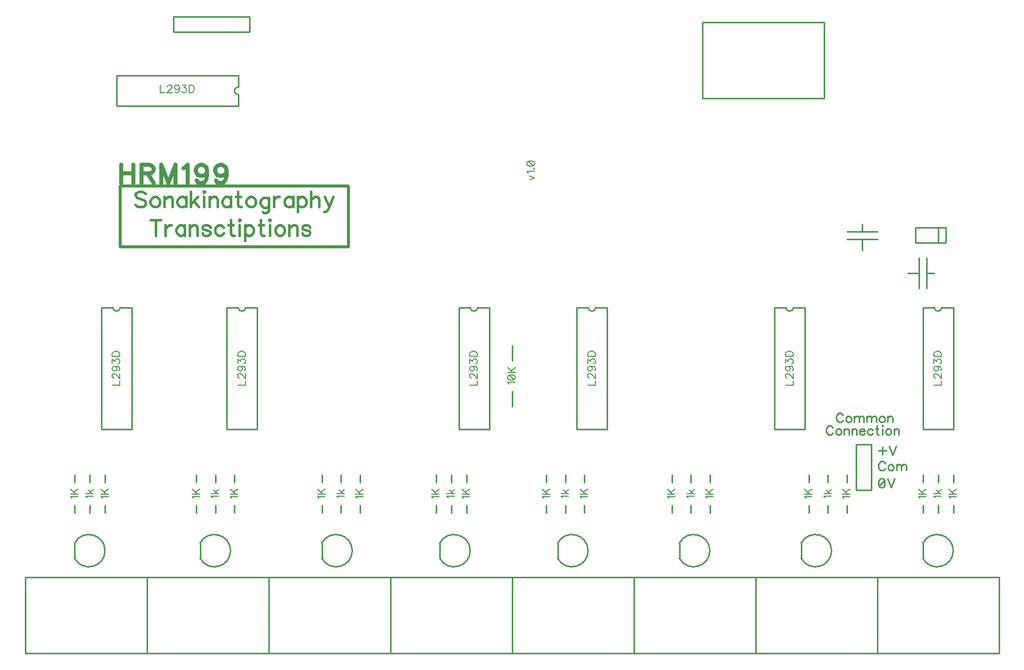
<source format=gto>
G04 DipTrace 2.4.0.2*
%INhorowitzv.1.2_TopSilk.GTO*%
%MOIN*%
%ADD10C,0.0098*%
%ADD13C,0.02*%
%ADD65C,0.0077*%
%ADD66C,0.0154*%
%ADD67C,0.0093*%
%ADD68C,0.0262*%
%FSLAX44Y44*%
G04*
G70*
G90*
G75*
G01*
%LNTopSilk*%
%LPD*%
X7940Y6440D2*
D10*
X15940D1*
Y11440D1*
X7940D1*
Y6440D1*
X15940D2*
X23940D1*
Y11440D1*
X15940D1*
Y6440D1*
X23940D2*
X31940D1*
Y11440D1*
X23940D1*
Y6440D1*
X31940D2*
X39940D1*
Y11440D1*
X31940D1*
Y6440D1*
X39940D2*
X47940D1*
Y11440D1*
X39940D1*
Y6440D1*
X47940D2*
X55940D1*
Y11440D1*
X47940D1*
Y6440D1*
X55940D2*
X63940D1*
Y11440D1*
X55940D1*
Y6440D1*
X63940D2*
X71940D1*
Y11440D1*
X63940D1*
Y6440D1*
X13690Y29190D2*
X12940D1*
Y21190D1*
X14940D1*
Y29190D1*
X14190D1*
X14440D1*
X13690D2*
G03X14190Y29190I250J0D01*
G01*
X21940D2*
X21190D1*
Y21190D1*
X23190D1*
Y29190D1*
X22440D1*
X22690D1*
X21940D2*
G03X22440Y29190I250J0D01*
G01*
X37190D2*
X36440D1*
Y21190D1*
X38440D1*
Y29190D1*
X37690D1*
X37940D1*
X37190D2*
G03X37690Y29190I250J0D01*
G01*
X44940D2*
X44190D1*
Y21190D1*
X46190D1*
Y29190D1*
X45440D1*
X45690D1*
X44940D2*
G03X45440Y29190I250J0D01*
G01*
X57940D2*
X57190D1*
Y21190D1*
X59190D1*
Y29190D1*
X58440D1*
X58690D1*
X57940D2*
G03X58440Y29190I250J0D01*
G01*
X67690D2*
X66940D1*
Y21190D1*
X68940D1*
Y29190D1*
X68190D1*
X68440D1*
X67690D2*
G03X68190Y29190I250J0D01*
G01*
X11190Y13690D2*
Y12690D1*
Y13690D2*
G02X11190Y12690I937J-500D01*
G01*
X19440Y13690D2*
Y12690D1*
Y13690D2*
G02X19440Y12690I937J-500D01*
G01*
X27440Y13690D2*
Y12690D1*
Y13690D2*
G02X27440Y12690I937J-500D01*
G01*
X35190Y13690D2*
Y12690D1*
Y13690D2*
G02X35190Y12690I937J-500D01*
G01*
X42940Y13690D2*
Y12690D1*
Y13690D2*
G02X42940Y12690I937J-500D01*
G01*
X50940Y13690D2*
Y12690D1*
Y13690D2*
G02X50940Y12690I937J-500D01*
G01*
X58940Y13690D2*
Y12690D1*
Y13690D2*
G02X58940Y12690I937J-500D01*
G01*
X66940Y13690D2*
Y12690D1*
Y13690D2*
G02X66940Y12690I937J-500D01*
G01*
X11190Y18190D2*
Y17690D1*
Y16190D2*
Y15690D1*
X12190Y18190D2*
Y17690D1*
Y16190D2*
Y15690D1*
X13190Y18190D2*
Y17690D1*
Y16190D2*
Y15690D1*
X19190Y18190D2*
Y17690D1*
Y16190D2*
Y15690D1*
X20440Y18190D2*
Y17690D1*
Y16190D2*
Y15690D1*
X21690Y18190D2*
Y17690D1*
Y16190D2*
Y15690D1*
X27440Y18190D2*
Y17690D1*
Y16190D2*
Y15690D1*
X28690Y18190D2*
Y17690D1*
Y16190D2*
Y15690D1*
X29940Y18190D2*
Y17690D1*
Y16190D2*
Y15690D1*
X34940Y18190D2*
Y17690D1*
Y16190D2*
Y15690D1*
X35940Y18190D2*
Y17690D1*
Y16190D2*
Y15690D1*
X36940Y18190D2*
Y17690D1*
Y16190D2*
Y15690D1*
X42190Y18190D2*
Y17690D1*
Y16190D2*
Y15690D1*
X43440Y18190D2*
Y17690D1*
Y16190D2*
Y15690D1*
X44690Y18190D2*
Y17690D1*
Y16190D2*
Y15690D1*
X50440Y18190D2*
Y17690D1*
Y16190D2*
Y15690D1*
X51690Y18190D2*
Y17690D1*
Y16190D2*
Y15690D1*
X52940Y18190D2*
Y17690D1*
Y16190D2*
Y15690D1*
X59440Y18190D2*
Y17690D1*
Y16190D2*
Y15690D1*
X60690Y18190D2*
Y17690D1*
Y16190D2*
Y15690D1*
X61940Y18190D2*
Y17690D1*
Y16190D2*
Y15690D1*
X66940Y18190D2*
Y17690D1*
Y16190D2*
Y15690D1*
X67940Y18190D2*
Y17690D1*
Y16190D2*
Y15690D1*
X68940Y18190D2*
Y17690D1*
Y16190D2*
Y15690D1*
X39940Y26690D2*
Y25690D1*
Y22690D2*
Y23690D1*
X52440Y47940D2*
X60440D1*
Y42940D1*
X52440D1*
Y47940D1*
X66440Y34440D2*
X68440D1*
Y33440D1*
X66440D1*
Y34440D1*
X67940Y33440D2*
Y34440D1*
X61940Y34190D2*
X63940D1*
X61940Y33690D2*
X63940D1*
X62940Y34190D2*
Y34690D1*
Y33690D2*
Y32940D1*
X67190Y32440D2*
Y30440D1*
X66690Y32440D2*
Y30440D1*
X67190Y31440D2*
X67690D1*
X66690D2*
X65940D1*
X63570Y20190D2*
X62570D1*
Y17190D1*
X63570D1*
Y20190D1*
X21940Y43690D2*
Y44440D1*
X13940D1*
Y42440D1*
X21940D1*
Y43190D1*
Y42940D1*
Y43690D2*
G03X21940Y43190I0J-250D01*
G01*
X17690Y48315D2*
X22690D1*
Y47315D1*
X17690D1*
Y48315D1*
X14190Y37190D2*
D13*
X29190D1*
Y33190D1*
X14190D1*
Y37190D1*
X13659Y24080D2*
D65*
X14161D1*
Y24367D1*
X13779Y24545D2*
X13755D1*
X13707Y24569D1*
X13683Y24593D1*
X13659Y24641D1*
Y24737D1*
X13683Y24784D1*
X13707Y24808D1*
X13755Y24832D1*
X13802D1*
X13850Y24808D1*
X13922Y24760D1*
X14161Y24521D1*
Y24856D1*
X13826Y25322D2*
X13898Y25297D1*
X13946Y25250D1*
X13970Y25178D1*
Y25154D1*
X13946Y25082D1*
X13898Y25035D1*
X13826Y25010D1*
X13802D1*
X13731Y25035D1*
X13683Y25082D1*
X13659Y25154D1*
Y25178D1*
X13683Y25250D1*
X13731Y25297D1*
X13826Y25322D1*
X13946D1*
X14065Y25297D1*
X14137Y25250D1*
X14161Y25178D1*
Y25130D1*
X14137Y25058D1*
X14089Y25035D1*
X13659Y25524D2*
Y25787D1*
X13850Y25643D1*
Y25715D1*
X13874Y25763D1*
X13898Y25787D1*
X13970Y25811D1*
X14017D1*
X14089Y25787D1*
X14137Y25739D1*
X14161Y25667D1*
Y25595D1*
X14137Y25524D1*
X14113Y25500D1*
X14065Y25476D1*
X13659Y25965D2*
X14161D1*
Y26133D1*
X14137Y26205D1*
X14089Y26253D1*
X14041Y26276D1*
X13970Y26300D1*
X13850D1*
X13778Y26276D1*
X13731Y26253D1*
X13682Y26205D1*
X13659Y26133D1*
Y25965D1*
X21909Y24080D2*
X22411D1*
Y24367D1*
X22029Y24545D2*
X22005D1*
X21957Y24569D1*
X21933Y24593D1*
X21909Y24641D1*
Y24737D1*
X21933Y24784D1*
X21957Y24808D1*
X22005Y24832D1*
X22052D1*
X22100Y24808D1*
X22172Y24760D1*
X22411Y24521D1*
Y24856D1*
X22076Y25322D2*
X22148Y25297D1*
X22196Y25250D1*
X22220Y25178D1*
Y25154D1*
X22196Y25082D1*
X22148Y25035D1*
X22076Y25010D1*
X22052D1*
X21981Y25035D1*
X21933Y25082D1*
X21909Y25154D1*
Y25178D1*
X21933Y25250D1*
X21981Y25297D1*
X22076Y25322D1*
X22196D1*
X22315Y25297D1*
X22387Y25250D1*
X22411Y25178D1*
Y25130D1*
X22387Y25058D1*
X22339Y25035D1*
X21909Y25524D2*
Y25787D1*
X22100Y25643D1*
Y25715D1*
X22124Y25763D1*
X22148Y25787D1*
X22220Y25811D1*
X22267D1*
X22339Y25787D1*
X22387Y25739D1*
X22411Y25667D1*
Y25595D1*
X22387Y25524D1*
X22363Y25500D1*
X22315Y25476D1*
X21909Y25965D2*
X22411D1*
Y26133D1*
X22387Y26205D1*
X22339Y26253D1*
X22291Y26276D1*
X22220Y26300D1*
X22100D1*
X22028Y26276D1*
X21981Y26253D1*
X21932Y26205D1*
X21909Y26133D1*
Y25965D1*
X37159Y24080D2*
X37661D1*
Y24367D1*
X37279Y24545D2*
X37255D1*
X37207Y24569D1*
X37183Y24593D1*
X37159Y24641D1*
Y24737D1*
X37183Y24784D1*
X37207Y24808D1*
X37255Y24832D1*
X37302D1*
X37350Y24808D1*
X37422Y24760D1*
X37661Y24521D1*
Y24856D1*
X37326Y25322D2*
X37398Y25297D1*
X37446Y25250D1*
X37470Y25178D1*
Y25154D1*
X37446Y25082D1*
X37398Y25035D1*
X37326Y25010D1*
X37302D1*
X37231Y25035D1*
X37183Y25082D1*
X37159Y25154D1*
Y25178D1*
X37183Y25250D1*
X37231Y25297D1*
X37326Y25322D1*
X37446D1*
X37565Y25297D1*
X37637Y25250D1*
X37661Y25178D1*
Y25130D1*
X37637Y25058D1*
X37589Y25035D1*
X37159Y25524D2*
Y25787D1*
X37350Y25643D1*
Y25715D1*
X37374Y25763D1*
X37398Y25787D1*
X37470Y25811D1*
X37517D1*
X37589Y25787D1*
X37637Y25739D1*
X37661Y25667D1*
Y25595D1*
X37637Y25524D1*
X37613Y25500D1*
X37565Y25476D1*
X37159Y25965D2*
X37661D1*
Y26133D1*
X37637Y26205D1*
X37589Y26253D1*
X37541Y26276D1*
X37470Y26300D1*
X37350D1*
X37278Y26276D1*
X37231Y26253D1*
X37182Y26205D1*
X37159Y26133D1*
Y25965D1*
X44909Y24080D2*
X45411D1*
Y24367D1*
X45029Y24545D2*
X45005D1*
X44957Y24569D1*
X44933Y24593D1*
X44909Y24641D1*
Y24737D1*
X44933Y24784D1*
X44957Y24808D1*
X45005Y24832D1*
X45052D1*
X45100Y24808D1*
X45172Y24760D1*
X45411Y24521D1*
Y24856D1*
X45076Y25322D2*
X45148Y25297D1*
X45196Y25250D1*
X45220Y25178D1*
Y25154D1*
X45196Y25082D1*
X45148Y25035D1*
X45076Y25010D1*
X45052D1*
X44981Y25035D1*
X44933Y25082D1*
X44909Y25154D1*
Y25178D1*
X44933Y25250D1*
X44981Y25297D1*
X45076Y25322D1*
X45196D1*
X45315Y25297D1*
X45387Y25250D1*
X45411Y25178D1*
Y25130D1*
X45387Y25058D1*
X45339Y25035D1*
X44909Y25524D2*
Y25787D1*
X45100Y25643D1*
Y25715D1*
X45124Y25763D1*
X45148Y25787D1*
X45220Y25811D1*
X45267D1*
X45339Y25787D1*
X45387Y25739D1*
X45411Y25667D1*
Y25595D1*
X45387Y25524D1*
X45363Y25500D1*
X45315Y25476D1*
X44909Y25965D2*
X45411D1*
Y26133D1*
X45387Y26205D1*
X45339Y26253D1*
X45291Y26276D1*
X45220Y26300D1*
X45100D1*
X45028Y26276D1*
X44981Y26253D1*
X44932Y26205D1*
X44909Y26133D1*
Y25965D1*
X57909Y24080D2*
X58411D1*
Y24367D1*
X58029Y24545D2*
X58005D1*
X57957Y24569D1*
X57933Y24593D1*
X57909Y24641D1*
Y24737D1*
X57933Y24784D1*
X57957Y24808D1*
X58005Y24832D1*
X58052D1*
X58100Y24808D1*
X58172Y24760D1*
X58411Y24521D1*
Y24856D1*
X58076Y25322D2*
X58148Y25297D1*
X58196Y25250D1*
X58220Y25178D1*
Y25154D1*
X58196Y25082D1*
X58148Y25035D1*
X58076Y25010D1*
X58052D1*
X57981Y25035D1*
X57933Y25082D1*
X57909Y25154D1*
Y25178D1*
X57933Y25250D1*
X57981Y25297D1*
X58076Y25322D1*
X58196D1*
X58315Y25297D1*
X58387Y25250D1*
X58411Y25178D1*
Y25130D1*
X58387Y25058D1*
X58339Y25035D1*
X57909Y25524D2*
Y25787D1*
X58100Y25643D1*
Y25715D1*
X58124Y25763D1*
X58148Y25787D1*
X58220Y25811D1*
X58267D1*
X58339Y25787D1*
X58387Y25739D1*
X58411Y25667D1*
Y25595D1*
X58387Y25524D1*
X58363Y25500D1*
X58315Y25476D1*
X57909Y25965D2*
X58411D1*
Y26133D1*
X58387Y26205D1*
X58339Y26253D1*
X58291Y26276D1*
X58220Y26300D1*
X58100D1*
X58028Y26276D1*
X57981Y26253D1*
X57932Y26205D1*
X57909Y26133D1*
Y25965D1*
X67659Y24080D2*
X68161D1*
Y24367D1*
X67779Y24545D2*
X67755D1*
X67707Y24569D1*
X67683Y24593D1*
X67659Y24641D1*
Y24737D1*
X67683Y24784D1*
X67707Y24808D1*
X67755Y24832D1*
X67802D1*
X67850Y24808D1*
X67922Y24760D1*
X68161Y24521D1*
Y24856D1*
X67826Y25322D2*
X67898Y25297D1*
X67946Y25250D1*
X67970Y25178D1*
Y25154D1*
X67946Y25082D1*
X67898Y25035D1*
X67826Y25010D1*
X67802D1*
X67731Y25035D1*
X67683Y25082D1*
X67659Y25154D1*
Y25178D1*
X67683Y25250D1*
X67731Y25297D1*
X67826Y25322D1*
X67946D1*
X68065Y25297D1*
X68137Y25250D1*
X68161Y25178D1*
Y25130D1*
X68137Y25058D1*
X68089Y25035D1*
X67659Y25524D2*
Y25787D1*
X67850Y25643D1*
Y25715D1*
X67874Y25763D1*
X67898Y25787D1*
X67970Y25811D1*
X68017D1*
X68089Y25787D1*
X68137Y25739D1*
X68161Y25667D1*
Y25595D1*
X68137Y25524D1*
X68113Y25500D1*
X68065Y25476D1*
X67659Y25965D2*
X68161D1*
Y26133D1*
X68137Y26205D1*
X68089Y26253D1*
X68041Y26276D1*
X67970Y26300D1*
X67850D1*
X67778Y26276D1*
X67731Y26253D1*
X67682Y26205D1*
X67659Y26133D1*
Y25965D1*
X11005Y16635D2*
X10981Y16683D1*
X10909Y16755D1*
X11411D1*
X10909Y16910D2*
X11411D1*
X10909Y17245D2*
X11244Y16910D1*
X11124Y17029D2*
X11411Y17245D1*
X12005Y16671D2*
X11981Y16719D1*
X11909Y16791D1*
X12411D1*
X11909Y16946D2*
X12411D1*
X12076Y17185D2*
X12315Y16946D1*
X12220Y17041D2*
X12411Y17209D1*
X13005Y16635D2*
X12981Y16683D1*
X12909Y16755D1*
X13411D1*
X12909Y16910D2*
X13411D1*
X12909Y17245D2*
X13244Y16910D1*
X13124Y17029D2*
X13411Y17245D1*
X19005Y16635D2*
X18981Y16683D1*
X18909Y16755D1*
X19411D1*
X18909Y16910D2*
X19411D1*
X18909Y17245D2*
X19244Y16910D1*
X19124Y17029D2*
X19411Y17245D1*
X20255Y16671D2*
X20231Y16719D1*
X20159Y16791D1*
X20661D1*
X20159Y16946D2*
X20661D1*
X20326Y17185D2*
X20565Y16946D1*
X20470Y17041D2*
X20661Y17209D1*
X21505Y16635D2*
X21481Y16683D1*
X21409Y16755D1*
X21911D1*
X21409Y16910D2*
X21911D1*
X21409Y17245D2*
X21744Y16910D1*
X21624Y17029D2*
X21911Y17245D1*
X27255Y16635D2*
X27231Y16683D1*
X27159Y16755D1*
X27661D1*
X27159Y16910D2*
X27661D1*
X27159Y17245D2*
X27494Y16910D1*
X27374Y17029D2*
X27661Y17245D1*
X28505Y16671D2*
X28481Y16719D1*
X28409Y16791D1*
X28911D1*
X28409Y16946D2*
X28911D1*
X28576Y17185D2*
X28815Y16946D1*
X28720Y17041D2*
X28911Y17209D1*
X29755Y16635D2*
X29731Y16683D1*
X29659Y16755D1*
X30161D1*
X29659Y16910D2*
X30161D1*
X29659Y17245D2*
X29994Y16910D1*
X29874Y17029D2*
X30161Y17245D1*
X34755Y16635D2*
X34731Y16683D1*
X34659Y16755D1*
X35161D1*
X34659Y16910D2*
X35161D1*
X34659Y17245D2*
X34994Y16910D1*
X34874Y17029D2*
X35161Y17245D1*
X35755Y16671D2*
X35731Y16719D1*
X35659Y16791D1*
X36161D1*
X35659Y16946D2*
X36161D1*
X35826Y17185D2*
X36065Y16946D1*
X35970Y17041D2*
X36161Y17209D1*
X36755Y16635D2*
X36731Y16683D1*
X36659Y16755D1*
X37161D1*
X36659Y16910D2*
X37161D1*
X36659Y17245D2*
X36994Y16910D1*
X36874Y17029D2*
X37161Y17245D1*
X42005Y16635D2*
X41981Y16683D1*
X41909Y16755D1*
X42411D1*
X41909Y16910D2*
X42411D1*
X41909Y17245D2*
X42244Y16910D1*
X42124Y17029D2*
X42411Y17245D1*
X43255Y16671D2*
X43231Y16719D1*
X43159Y16791D1*
X43661D1*
X43159Y16946D2*
X43661D1*
X43326Y17185D2*
X43565Y16946D1*
X43470Y17041D2*
X43661Y17209D1*
X44505Y16635D2*
X44481Y16683D1*
X44409Y16755D1*
X44911D1*
X44409Y16910D2*
X44911D1*
X44409Y17245D2*
X44744Y16910D1*
X44624Y17029D2*
X44911Y17245D1*
X50255Y16635D2*
X50231Y16683D1*
X50159Y16755D1*
X50661D1*
X50159Y16910D2*
X50661D1*
X50159Y17245D2*
X50494Y16910D1*
X50374Y17029D2*
X50661Y17245D1*
X51505Y16671D2*
X51481Y16719D1*
X51409Y16791D1*
X51911D1*
X51409Y16946D2*
X51911D1*
X51576Y17185D2*
X51815Y16946D1*
X51720Y17041D2*
X51911Y17209D1*
X52755Y16635D2*
X52731Y16683D1*
X52659Y16755D1*
X53161D1*
X52659Y16910D2*
X53161D1*
X52659Y17245D2*
X52994Y16910D1*
X52874Y17029D2*
X53161Y17245D1*
X59255Y16635D2*
X59231Y16683D1*
X59159Y16755D1*
X59661D1*
X59159Y16910D2*
X59661D1*
X59159Y17245D2*
X59494Y16910D1*
X59374Y17029D2*
X59661Y17245D1*
X60505Y16671D2*
X60481Y16719D1*
X60409Y16791D1*
X60911D1*
X60409Y16946D2*
X60911D1*
X60576Y17185D2*
X60815Y16946D1*
X60720Y17041D2*
X60911Y17209D1*
X61755Y16635D2*
X61731Y16683D1*
X61659Y16755D1*
X62161D1*
X61659Y16910D2*
X62161D1*
X61659Y17245D2*
X61994Y16910D1*
X61874Y17029D2*
X62161Y17245D1*
X66755Y16635D2*
X66731Y16683D1*
X66659Y16755D1*
X67161D1*
X66659Y16910D2*
X67161D1*
X66659Y17245D2*
X66994Y16910D1*
X66874Y17029D2*
X67161Y17245D1*
X67755Y16671D2*
X67731Y16719D1*
X67659Y16791D1*
X68161D1*
X67659Y16946D2*
X68161D1*
X67826Y17185D2*
X68065Y16946D1*
X67970Y17041D2*
X68161Y17209D1*
X68755Y16635D2*
X68731Y16683D1*
X68659Y16755D1*
X69161D1*
X68659Y16910D2*
X69161D1*
X68659Y17245D2*
X68994Y16910D1*
X68874Y17029D2*
X69161Y17245D1*
X39755Y24141D2*
X39731Y24189D1*
X39659Y24261D1*
X40161D1*
X39659Y24559D2*
X39683Y24487D1*
X39755Y24439D1*
X39874Y24415D1*
X39946D1*
X40065Y24439D1*
X40137Y24487D1*
X40161Y24559D1*
Y24606D1*
X40137Y24678D1*
X40065Y24726D1*
X39946Y24750D1*
X39874D1*
X39755Y24726D1*
X39683Y24678D1*
X39659Y24606D1*
Y24559D1*
X39755Y24726D2*
X40065Y24439D1*
X39659Y24904D2*
X40161D1*
X39659Y25239D2*
X39994Y24904D1*
X39874Y25024D2*
X40161Y25239D1*
X41076Y37564D2*
X41411Y37707D1*
X41076Y37850D1*
X41005Y38005D2*
X40981Y38053D1*
X40909Y38125D1*
X41411D1*
X41363Y38303D2*
X41387Y38279D1*
X41411Y38303D1*
X41387Y38327D1*
X41363Y38303D1*
X40909Y38625D2*
X40933Y38553D1*
X41005Y38505D1*
X41124Y38482D1*
X41196D1*
X41315Y38505D1*
X41387Y38553D1*
X41411Y38625D1*
Y38673D1*
X41387Y38745D1*
X41315Y38792D1*
X41196Y38816D1*
X41124D1*
X41005Y38792D1*
X40933Y38745D1*
X40909Y38673D1*
Y38625D1*
X41005Y38792D2*
X41315Y38505D1*
X16830Y43822D2*
Y43320D1*
X17117D1*
X17295Y43702D2*
Y43726D1*
X17319Y43774D1*
X17343Y43798D1*
X17391Y43822D1*
X17487D1*
X17534Y43798D1*
X17558Y43774D1*
X17582Y43726D1*
Y43679D1*
X17558Y43630D1*
X17510Y43559D1*
X17271Y43320D1*
X17606D1*
X18072Y43655D2*
X18047Y43583D1*
X18000Y43535D1*
X17928Y43511D1*
X17904D1*
X17832Y43535D1*
X17785Y43583D1*
X17760Y43655D1*
Y43679D1*
X17785Y43750D1*
X17832Y43798D1*
X17904Y43822D1*
X17928D1*
X18000Y43798D1*
X18047Y43750D1*
X18072Y43655D1*
Y43535D1*
X18047Y43415D1*
X18000Y43344D1*
X17928Y43320D1*
X17880D1*
X17808Y43344D1*
X17785Y43392D1*
X18274Y43822D2*
X18537D1*
X18393Y43630D1*
X18465D1*
X18513Y43607D1*
X18537Y43583D1*
X18561Y43511D1*
Y43464D1*
X18537Y43392D1*
X18489Y43344D1*
X18417Y43320D1*
X18345D1*
X18274Y43344D1*
X18250Y43368D1*
X18226Y43415D1*
X18715Y43822D2*
Y43320D1*
X18883D1*
X18955Y43344D1*
X19003Y43392D1*
X19026Y43440D1*
X19050Y43511D1*
Y43631D1*
X19026Y43703D1*
X19003Y43750D1*
X18955Y43798D1*
X18883Y43822D1*
X18715D1*
X15860Y36659D2*
D66*
X15765Y36755D1*
X15621Y36803D1*
X15430D1*
X15286Y36755D1*
X15190Y36659D1*
Y36564D1*
X15239Y36468D1*
X15286Y36421D1*
X15381Y36373D1*
X15669Y36277D1*
X15765Y36229D1*
X15812Y36181D1*
X15860Y36086D1*
Y35942D1*
X15765Y35847D1*
X15621Y35798D1*
X15430D1*
X15286Y35847D1*
X15190Y35942D1*
X16407Y36468D2*
X16312Y36421D1*
X16216Y36324D1*
X16169Y36181D1*
Y36086D1*
X16216Y35942D1*
X16312Y35847D1*
X16407Y35798D1*
X16551D1*
X16647Y35847D1*
X16742Y35942D1*
X16791Y36086D1*
Y36181D1*
X16742Y36324D1*
X16647Y36421D1*
X16551Y36468D1*
X16407D1*
X17100D2*
Y35798D1*
Y36277D2*
X17243Y36421D1*
X17340Y36468D1*
X17482D1*
X17578Y36421D1*
X17626Y36277D1*
Y35798D1*
X18508Y36468D2*
Y35798D1*
Y36324D2*
X18413Y36421D1*
X18317Y36468D1*
X18175D1*
X18078Y36421D1*
X17983Y36324D1*
X17935Y36181D1*
Y36086D1*
X17983Y35942D1*
X18078Y35847D1*
X18175Y35798D1*
X18317D1*
X18413Y35847D1*
X18508Y35942D1*
X18817Y36803D2*
Y35798D1*
X19296Y36468D2*
X18817Y35989D1*
X19008Y36181D2*
X19343Y35798D1*
X19652Y36803D2*
X19700Y36755D1*
X19748Y36803D1*
X19700Y36852D1*
X19652Y36803D1*
X19700Y36468D2*
Y35798D1*
X20057Y36468D2*
Y35798D1*
Y36277D2*
X20201Y36421D1*
X20297Y36468D1*
X20440D1*
X20536Y36421D1*
X20583Y36277D1*
Y35798D1*
X21466Y36468D2*
Y35798D1*
Y36324D2*
X21371Y36421D1*
X21275Y36468D1*
X21132D1*
X21036Y36421D1*
X20941Y36324D1*
X20892Y36181D1*
Y36086D1*
X20941Y35942D1*
X21036Y35847D1*
X21132Y35798D1*
X21275D1*
X21371Y35847D1*
X21466Y35942D1*
X21918Y36803D2*
Y35989D1*
X21966Y35847D1*
X22062Y35798D1*
X22157D1*
X21775Y36468D2*
X22109D1*
X22705D2*
X22609Y36421D1*
X22513Y36324D1*
X22466Y36181D1*
Y36086D1*
X22513Y35942D1*
X22609Y35847D1*
X22705Y35798D1*
X22848D1*
X22944Y35847D1*
X23039Y35942D1*
X23088Y36086D1*
Y36181D1*
X23039Y36324D1*
X22944Y36421D1*
X22848Y36468D1*
X22705D1*
X23971Y36421D2*
Y35655D1*
X23923Y35512D1*
X23876Y35463D1*
X23779Y35416D1*
X23636D1*
X23541Y35463D1*
X23971Y36277D2*
X23876Y36372D1*
X23779Y36421D1*
X23636D1*
X23541Y36372D1*
X23444Y36277D1*
X23397Y36133D1*
Y36037D1*
X23444Y35894D1*
X23541Y35798D1*
X23636Y35751D1*
X23779D1*
X23876Y35798D1*
X23971Y35894D1*
X24279Y36468D2*
Y35798D1*
Y36181D2*
X24328Y36324D1*
X24423Y36421D1*
X24519Y36468D1*
X24663D1*
X25545D2*
Y35798D1*
Y36324D2*
X25450Y36421D1*
X25354Y36468D1*
X25212D1*
X25115Y36421D1*
X25020Y36324D1*
X24972Y36181D1*
Y36086D1*
X25020Y35942D1*
X25115Y35847D1*
X25212Y35798D1*
X25354D1*
X25450Y35847D1*
X25545Y35942D1*
X25854Y36468D2*
Y35463D1*
Y36324D2*
X25950Y36419D1*
X26045Y36468D1*
X26189D1*
X26285Y36419D1*
X26380Y36324D1*
X26429Y36181D1*
Y36085D1*
X26380Y35942D1*
X26285Y35846D1*
X26189Y35798D1*
X26045D1*
X25950Y35846D1*
X25854Y35942D1*
X26738Y36803D2*
Y35798D1*
Y36277D2*
X26882Y36421D1*
X26978Y36468D1*
X27121D1*
X27216Y36421D1*
X27264Y36277D1*
Y35798D1*
X27621Y36468D2*
X27908Y35798D1*
X27813Y35607D1*
X27716Y35511D1*
X27621Y35463D1*
X27573D1*
X28195Y36468D2*
X27908Y35798D1*
X64292Y20020D2*
D67*
Y19504D1*
X64034Y19762D2*
X64551D1*
X64736Y20064D2*
X64966Y19461D1*
X65195Y20064D1*
X64207Y17938D2*
X64120Y17910D1*
X64063Y17823D1*
X64034Y17680D1*
Y17594D1*
X64063Y17451D1*
X64120Y17364D1*
X64207Y17336D1*
X64264D1*
X64350Y17364D1*
X64407Y17451D1*
X64436Y17594D1*
Y17680D1*
X64407Y17823D1*
X64350Y17910D1*
X64264Y17938D1*
X64207D1*
X64407Y17823D2*
X64063Y17451D1*
X64621Y17939D2*
X64851Y17336D1*
X65080Y17939D1*
X64465Y18920D2*
X64436Y18977D1*
X64378Y19035D1*
X64321Y19064D1*
X64207D1*
X64149Y19035D1*
X64092Y18977D1*
X64063Y18920D1*
X64034Y18834D1*
Y18690D1*
X64063Y18605D1*
X64092Y18547D1*
X64149Y18490D1*
X64207Y18461D1*
X64321D1*
X64378Y18490D1*
X64436Y18547D1*
X64465Y18605D1*
X64793Y18863D2*
X64736Y18834D1*
X64678Y18777D1*
X64650Y18690D1*
Y18633D1*
X64678Y18547D1*
X64736Y18490D1*
X64793Y18461D1*
X64879D1*
X64937Y18490D1*
X64994Y18547D1*
X65023Y18633D1*
Y18690D1*
X64994Y18777D1*
X64937Y18834D1*
X64879Y18863D1*
X64793D1*
X65209D2*
Y18461D1*
Y18748D2*
X65295Y18834D1*
X65352Y18863D1*
X65438D1*
X65496Y18834D1*
X65524Y18748D1*
Y18461D1*
Y18748D2*
X65610Y18834D1*
X65668Y18863D1*
X65754D1*
X65811Y18834D1*
X65841Y18748D1*
Y18461D1*
X61690Y22095D2*
X61661Y22152D1*
X61603Y22210D1*
X61546Y22239D1*
X61432D1*
X61374Y22210D1*
X61317Y22152D1*
X61288Y22095D1*
X61259Y22009D1*
Y21865D1*
X61288Y21780D1*
X61317Y21722D1*
X61374Y21665D1*
X61432Y21636D1*
X61546D1*
X61603Y21665D1*
X61661Y21722D1*
X61690Y21780D1*
X62018Y22038D2*
X61961Y22009D1*
X61903Y21952D1*
X61875Y21865D1*
Y21808D1*
X61903Y21722D1*
X61961Y21665D1*
X62018Y21636D1*
X62104D1*
X62162Y21665D1*
X62219Y21722D1*
X62248Y21808D1*
Y21865D1*
X62219Y21952D1*
X62162Y22009D1*
X62104Y22038D1*
X62018D1*
X62434D2*
Y21636D1*
Y21923D2*
X62520Y22009D1*
X62577Y22038D1*
X62663D1*
X62721Y22009D1*
X62749Y21923D1*
Y21636D1*
Y21923D2*
X62835Y22009D1*
X62893Y22038D1*
X62979D1*
X63036Y22009D1*
X63066Y21923D1*
Y21636D1*
X63251Y22038D2*
Y21636D1*
Y21923D2*
X63337Y22009D1*
X63395Y22038D1*
X63480D1*
X63538Y22009D1*
X63567Y21923D1*
Y21636D1*
Y21923D2*
X63653Y22009D1*
X63710Y22038D1*
X63796D1*
X63854Y22009D1*
X63883Y21923D1*
Y21636D1*
X64211Y22038D2*
X64154Y22009D1*
X64097Y21952D1*
X64068Y21865D1*
Y21808D1*
X64097Y21722D1*
X64154Y21665D1*
X64211Y21636D1*
X64298D1*
X64355Y21665D1*
X64412Y21722D1*
X64442Y21808D1*
Y21865D1*
X64412Y21952D1*
X64355Y22009D1*
X64298Y22038D1*
X64211D1*
X64627D2*
Y21636D1*
Y21923D2*
X64713Y22009D1*
X64771Y22038D1*
X64856D1*
X64914Y22009D1*
X64943Y21923D1*
Y21636D1*
X61027Y21265D2*
X60999Y21322D1*
X60941Y21380D1*
X60884Y21409D1*
X60769D1*
X60711Y21380D1*
X60654Y21322D1*
X60625Y21265D1*
X60597Y21179D1*
Y21035D1*
X60625Y20950D1*
X60654Y20892D1*
X60711Y20835D1*
X60769Y20806D1*
X60884D1*
X60941Y20835D1*
X60999Y20892D1*
X61027Y20950D1*
X61356Y21208D2*
X61299Y21179D1*
X61241Y21122D1*
X61212Y21035D1*
Y20978D1*
X61241Y20892D1*
X61299Y20835D1*
X61356Y20806D1*
X61442D1*
X61500Y20835D1*
X61557Y20892D1*
X61586Y20978D1*
Y21035D1*
X61557Y21122D1*
X61500Y21179D1*
X61442Y21208D1*
X61356D1*
X61771D2*
Y20806D1*
Y21093D2*
X61857Y21179D1*
X61915Y21208D1*
X62000D1*
X62058Y21179D1*
X62087Y21093D1*
Y20806D1*
X62272Y21208D2*
Y20806D1*
Y21093D2*
X62358Y21179D1*
X62416Y21208D1*
X62501D1*
X62559Y21179D1*
X62588Y21093D1*
Y20806D1*
X62773Y21035D2*
X63117D1*
Y21093D1*
X63089Y21151D1*
X63060Y21179D1*
X63002Y21208D1*
X62916D1*
X62859Y21179D1*
X62801Y21122D1*
X62773Y21035D1*
Y20978D1*
X62801Y20892D1*
X62859Y20835D1*
X62916Y20806D1*
X63002D1*
X63060Y20835D1*
X63117Y20892D1*
X63647Y21122D2*
X63590Y21179D1*
X63532Y21208D1*
X63446D1*
X63389Y21179D1*
X63332Y21122D1*
X63302Y21035D1*
Y20978D1*
X63332Y20892D1*
X63389Y20835D1*
X63446Y20806D1*
X63532D1*
X63590Y20835D1*
X63647Y20892D1*
X63919Y21409D2*
Y20921D1*
X63947Y20835D1*
X64005Y20806D1*
X64062D1*
X63833Y21208D2*
X64034D1*
X64247Y21409D2*
X64276Y21380D1*
X64305Y21409D1*
X64276Y21438D1*
X64247Y21409D1*
X64276Y21208D2*
Y20806D1*
X64634Y21208D2*
X64577Y21179D1*
X64519Y21122D1*
X64490Y21035D1*
Y20978D1*
X64519Y20892D1*
X64577Y20835D1*
X64634Y20806D1*
X64720D1*
X64777Y20835D1*
X64835Y20892D1*
X64864Y20978D1*
Y21035D1*
X64835Y21122D1*
X64777Y21179D1*
X64720Y21208D1*
X64634D1*
X65049D2*
Y20806D1*
Y21093D2*
X65135Y21179D1*
X65193Y21208D1*
X65278D1*
X65336Y21179D1*
X65365Y21093D1*
Y20806D1*
X16525Y34928D2*
D66*
Y33923D1*
X16190Y34928D2*
X16860D1*
X17169Y34593D2*
Y33923D1*
Y34306D2*
X17217Y34449D1*
X17312Y34546D1*
X17409Y34593D1*
X17552D1*
X18435D2*
Y33923D1*
Y34449D2*
X18340Y34546D1*
X18243Y34593D1*
X18101D1*
X18005Y34546D1*
X17910Y34449D1*
X17861Y34306D1*
Y34211D1*
X17910Y34067D1*
X18005Y33972D1*
X18101Y33923D1*
X18243D1*
X18340Y33972D1*
X18435Y34067D1*
X18743Y34593D2*
Y33923D1*
Y34402D2*
X18887Y34546D1*
X18983Y34593D1*
X19126D1*
X19222Y34546D1*
X19270Y34402D1*
Y33923D1*
X20105Y34449D2*
X20057Y34546D1*
X19913Y34593D1*
X19770D1*
X19626Y34546D1*
X19578Y34449D1*
X19626Y34354D1*
X19722Y34306D1*
X19961Y34258D1*
X20057Y34211D1*
X20105Y34114D1*
Y34067D1*
X20057Y33972D1*
X19913Y33923D1*
X19770D1*
X19626Y33972D1*
X19578Y34067D1*
X20988Y34449D2*
X20892Y34546D1*
X20796Y34593D1*
X20653D1*
X20557Y34546D1*
X20462Y34449D1*
X20413Y34306D1*
Y34211D1*
X20462Y34067D1*
X20557Y33972D1*
X20653Y33923D1*
X20796D1*
X20892Y33972D1*
X20988Y34067D1*
X21441Y34928D2*
Y34114D1*
X21488Y33972D1*
X21584Y33923D1*
X21679D1*
X21297Y34593D2*
X21632D1*
X21988Y34928D2*
X22036Y34880D1*
X22084Y34928D1*
X22036Y34977D1*
X21988Y34928D1*
X22036Y34593D2*
Y33923D1*
X22393Y34593D2*
Y33588D1*
Y34449D2*
X22489Y34544D1*
X22584Y34593D1*
X22728D1*
X22824Y34544D1*
X22919Y34449D1*
X22968Y34306D1*
Y34210D1*
X22919Y34067D1*
X22824Y33971D1*
X22728Y33923D1*
X22584D1*
X22489Y33971D1*
X22393Y34067D1*
X23420Y34928D2*
Y34114D1*
X23468Y33972D1*
X23564Y33923D1*
X23659D1*
X23277Y34593D2*
X23612D1*
X23968Y34928D2*
X24016Y34880D1*
X24064Y34928D1*
X24016Y34977D1*
X23968Y34928D1*
X24016Y34593D2*
Y33923D1*
X24612Y34593D2*
X24517Y34546D1*
X24421Y34449D1*
X24373Y34306D1*
Y34211D1*
X24421Y34067D1*
X24517Y33972D1*
X24612Y33923D1*
X24755D1*
X24852Y33972D1*
X24947Y34067D1*
X24995Y34211D1*
Y34306D1*
X24947Y34449D1*
X24852Y34546D1*
X24755Y34593D1*
X24612D1*
X25304D2*
Y33923D1*
Y34402D2*
X25448Y34546D1*
X25544Y34593D1*
X25687D1*
X25783Y34546D1*
X25830Y34402D1*
Y33923D1*
X26665Y34449D2*
X26618Y34546D1*
X26474Y34593D1*
X26330D1*
X26187Y34546D1*
X26139Y34449D1*
X26187Y34354D1*
X26283Y34306D1*
X26522Y34258D1*
X26618Y34211D1*
X26665Y34114D1*
Y34067D1*
X26618Y33972D1*
X26474Y33923D1*
X26330D1*
X26187Y33972D1*
X26139Y34067D1*
X14244Y38572D2*
D68*
Y37366D1*
X15048Y38572D2*
Y37366D1*
X14244Y37997D2*
X15048D1*
X15573D2*
X16089D1*
X16261Y38056D1*
X16320Y38113D1*
X16377Y38227D1*
Y38342D1*
X16320Y38456D1*
X16261Y38515D1*
X16089Y38572D1*
X15573D1*
Y37366D1*
X15975Y37997D2*
X16377Y37366D1*
X17820D2*
Y38572D1*
X17361Y37366D1*
X16902Y38572D1*
Y37366D1*
X18344Y38341D2*
X18460Y38399D1*
X18632Y38570D1*
Y37366D1*
X19904Y38170D2*
X19846Y37997D1*
X19732Y37882D1*
X19559Y37825D1*
X19502D1*
X19330Y37882D1*
X19216Y37997D1*
X19157Y38170D1*
Y38227D1*
X19216Y38399D1*
X19330Y38513D1*
X19502Y38570D1*
X19559D1*
X19732Y38513D1*
X19846Y38399D1*
X19904Y38170D1*
Y37882D1*
X19846Y37595D1*
X19732Y37423D1*
X19559Y37366D1*
X19445D1*
X19273Y37423D1*
X19216Y37538D1*
X21176Y38170D2*
X21117Y37997D1*
X21003Y37882D1*
X20831Y37825D1*
X20774D1*
X20601Y37882D1*
X20487Y37997D1*
X20429Y38170D1*
Y38227D1*
X20487Y38399D1*
X20601Y38513D1*
X20774Y38570D1*
X20831D1*
X21003Y38513D1*
X21117Y38399D1*
X21176Y38170D1*
Y37882D1*
X21117Y37595D1*
X21003Y37423D1*
X20831Y37366D1*
X20717D1*
X20544Y37423D1*
X20487Y37538D1*
M02*

</source>
